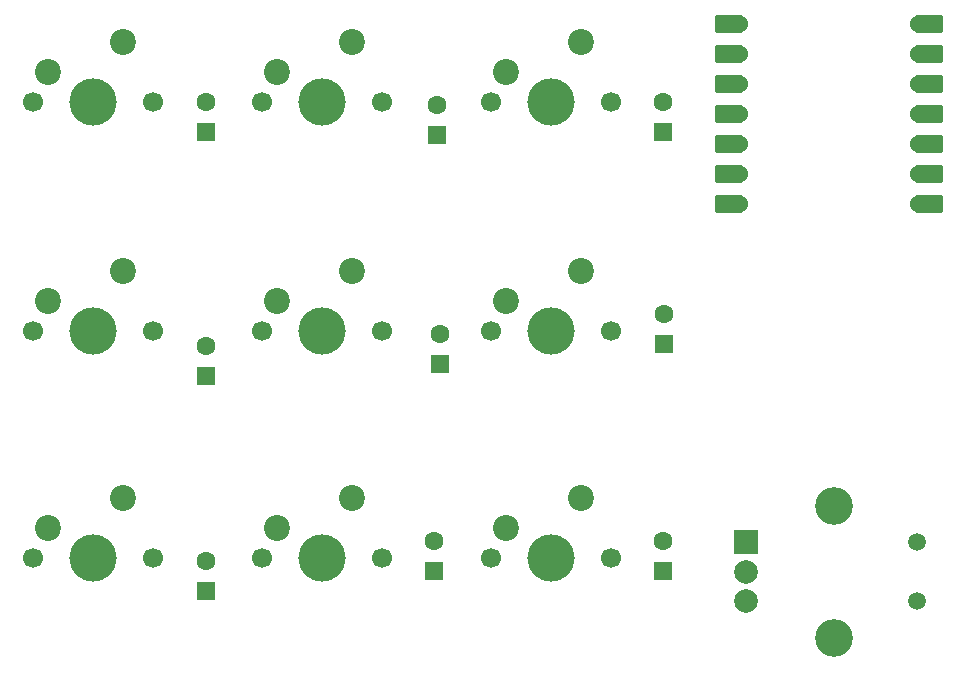
<source format=gbr>
%TF.GenerationSoftware,KiCad,Pcbnew,9.0.2*%
%TF.CreationDate,2025-06-24T13:56:58-07:00*%
%TF.ProjectId,meghanaHackpad,6d656768-616e-4614-9861-636b7061642e,rev?*%
%TF.SameCoordinates,Original*%
%TF.FileFunction,Soldermask,Top*%
%TF.FilePolarity,Negative*%
%FSLAX46Y46*%
G04 Gerber Fmt 4.6, Leading zero omitted, Abs format (unit mm)*
G04 Created by KiCad (PCBNEW 9.0.2) date 2025-06-24 13:56:58*
%MOMM*%
%LPD*%
G01*
G04 APERTURE LIST*
G04 Aperture macros list*
%AMRoundRect*
0 Rectangle with rounded corners*
0 $1 Rounding radius*
0 $2 $3 $4 $5 $6 $7 $8 $9 X,Y pos of 4 corners*
0 Add a 4 corners polygon primitive as box body*
4,1,4,$2,$3,$4,$5,$6,$7,$8,$9,$2,$3,0*
0 Add four circle primitives for the rounded corners*
1,1,$1+$1,$2,$3*
1,1,$1+$1,$4,$5*
1,1,$1+$1,$6,$7*
1,1,$1+$1,$8,$9*
0 Add four rect primitives between the rounded corners*
20,1,$1+$1,$2,$3,$4,$5,0*
20,1,$1+$1,$4,$5,$6,$7,0*
20,1,$1+$1,$6,$7,$8,$9,0*
20,1,$1+$1,$8,$9,$2,$3,0*%
G04 Aperture macros list end*
%ADD10RoundRect,0.250000X0.550000X-0.550000X0.550000X0.550000X-0.550000X0.550000X-0.550000X-0.550000X0*%
%ADD11C,1.600000*%
%ADD12C,1.700000*%
%ADD13C,4.000000*%
%ADD14C,2.200000*%
%ADD15C,1.500000*%
%ADD16R,2.000000X2.000000*%
%ADD17C,2.000000*%
%ADD18C,3.200000*%
%ADD19RoundRect,0.152400X1.063600X0.609600X-1.063600X0.609600X-1.063600X-0.609600X1.063600X-0.609600X0*%
%ADD20C,1.524000*%
%ADD21RoundRect,0.152400X-1.063600X-0.609600X1.063600X-0.609600X1.063600X0.609600X-1.063600X0.609600X0*%
G04 APERTURE END LIST*
D10*
%TO.C,D4*%
X132000000Y-82314315D03*
D11*
X132000000Y-79774315D03*
%TD*%
D10*
%TO.C,D1*%
X112385000Y-82020000D03*
D11*
X112385000Y-79480000D03*
%TD*%
D10*
%TO.C,D8*%
X151185000Y-99994315D03*
D11*
X151185000Y-97454315D03*
%TD*%
D10*
%TO.C,D9*%
X151135000Y-119254315D03*
D11*
X151135000Y-116714315D03*
%TD*%
D10*
%TO.C,D7*%
X151135000Y-82080000D03*
D11*
X151135000Y-79540000D03*
%TD*%
D12*
%TO.C,SW8*%
X136580000Y-98880000D03*
D13*
X141660000Y-98880000D03*
D12*
X146740000Y-98880000D03*
D14*
X144200000Y-93800000D03*
X137850000Y-96340000D03*
%TD*%
D12*
%TO.C,SW1*%
X97780000Y-79480000D03*
D13*
X102860000Y-79480000D03*
D12*
X107940000Y-79480000D03*
D14*
X105400000Y-74400000D03*
X99050000Y-76940000D03*
%TD*%
D10*
%TO.C,D6*%
X131735000Y-119254315D03*
D11*
X131735000Y-116714315D03*
%TD*%
D12*
%TO.C,SW6*%
X117130000Y-118140000D03*
D13*
X122210000Y-118140000D03*
D12*
X127290000Y-118140000D03*
D14*
X124750000Y-113060000D03*
X118400000Y-115600000D03*
%TD*%
D12*
%TO.C,SW7*%
X136530000Y-79540000D03*
D13*
X141610000Y-79540000D03*
D12*
X146690000Y-79540000D03*
D14*
X144150000Y-74460000D03*
X137800000Y-77000000D03*
%TD*%
D12*
%TO.C,SW4*%
X117180000Y-79480000D03*
D13*
X122260000Y-79480000D03*
D12*
X127340000Y-79480000D03*
D14*
X124800000Y-74400000D03*
X118450000Y-76940000D03*
%TD*%
D12*
%TO.C,SW9*%
X136530000Y-118140000D03*
D13*
X141610000Y-118140000D03*
D12*
X146690000Y-118140000D03*
D14*
X144150000Y-113060000D03*
X137800000Y-115600000D03*
%TD*%
D10*
%TO.C,D5*%
X132200000Y-101714315D03*
D11*
X132200000Y-99174315D03*
%TD*%
D12*
%TO.C,SW3*%
X97780000Y-118080000D03*
D13*
X102860000Y-118080000D03*
D12*
X107940000Y-118080000D03*
D14*
X105400000Y-113000000D03*
X99050000Y-115540000D03*
%TD*%
D10*
%TO.C,D2*%
X112400000Y-102714315D03*
D11*
X112400000Y-100174315D03*
%TD*%
D12*
%TO.C,SW5*%
X117180000Y-98880000D03*
D13*
X122260000Y-98880000D03*
D12*
X127340000Y-98880000D03*
D14*
X124800000Y-93800000D03*
X118450000Y-96340000D03*
%TD*%
D12*
%TO.C,SW2*%
X97780000Y-98880000D03*
D13*
X102860000Y-98880000D03*
D12*
X107940000Y-98880000D03*
D14*
X105400000Y-93800000D03*
X99050000Y-96340000D03*
%TD*%
D10*
%TO.C,D3*%
X112385000Y-120914315D03*
D11*
X112385000Y-118374315D03*
%TD*%
D15*
%TO.C,SW10*%
X172600000Y-116800000D03*
X172600000Y-121800000D03*
D16*
X158100000Y-116800000D03*
D17*
X158100000Y-121800000D03*
X158100000Y-119300000D03*
D18*
X165600000Y-113700000D03*
X165600000Y-124900000D03*
%TD*%
D19*
%TO.C,U1*%
X156745000Y-72948500D03*
D20*
X157580000Y-72948500D03*
D19*
X156745000Y-75488500D03*
D20*
X157580000Y-75488500D03*
D19*
X156745000Y-78028500D03*
D20*
X157580000Y-78028500D03*
D19*
X156745000Y-80568500D03*
D20*
X157580000Y-80568500D03*
D19*
X156745000Y-83108500D03*
D20*
X157580000Y-83108500D03*
D19*
X156745000Y-85648500D03*
D20*
X157580000Y-85648500D03*
D19*
X156745000Y-88188500D03*
D20*
X157580000Y-88188500D03*
X172820000Y-88188500D03*
D21*
X173655000Y-88188500D03*
D20*
X172820000Y-85648500D03*
D21*
X173655000Y-85648500D03*
D20*
X172820000Y-83108500D03*
D21*
X173655000Y-83108500D03*
D20*
X172820000Y-80568500D03*
D21*
X173655000Y-80568500D03*
D20*
X172820000Y-78028500D03*
D21*
X173655000Y-78028500D03*
D20*
X172820000Y-75488500D03*
D21*
X173655000Y-75488500D03*
D20*
X172820000Y-72948500D03*
D21*
X173655000Y-72948500D03*
%TD*%
M02*

</source>
